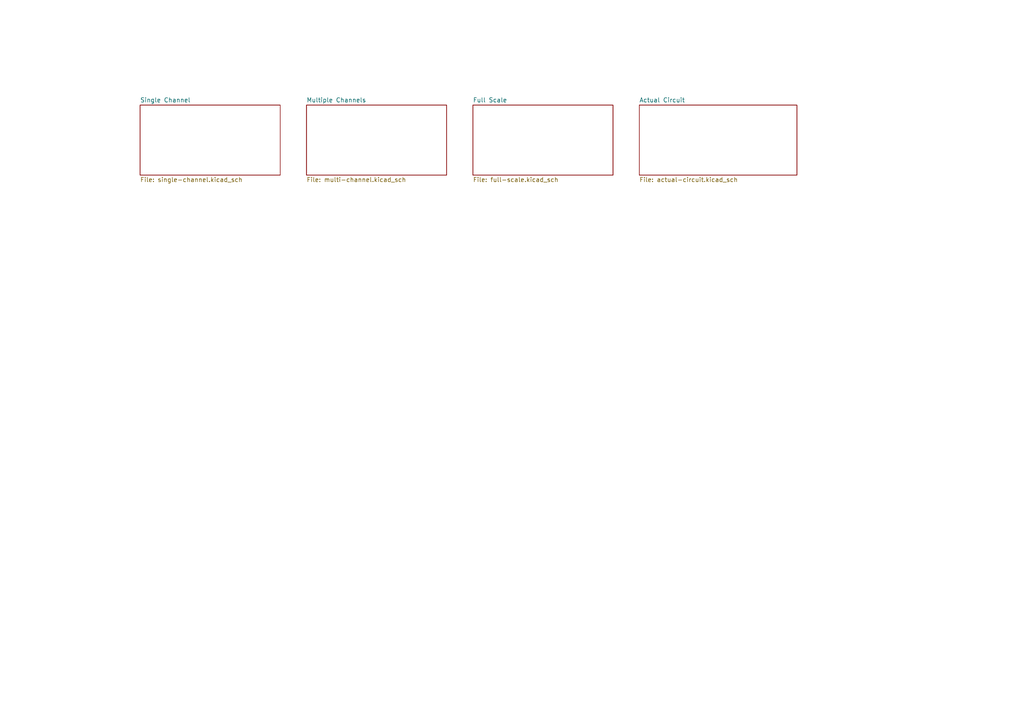
<source format=kicad_sch>
(kicad_sch (version 20230121) (generator eeschema)
  (paper "A4")
  (lib_symbols
    (symbol "Device:D_Small_Filled" (pin_numbers hide) (pin_names (offset 0.254) hide)
      (property "Reference" "D" (at -1.27 2.032 0))
      (property "Value" "D_Small_Filled" (at -3.81 -2.032 0))
      (symbol "D_Small_Filled_0_1"
        (polyline (pts (xy -0.762 -1.016) (xy -0.762 1.016)) (stroke (width 0.254)))
        (polyline (pts (xy -0.762 0) (xy 0.762 0)))
        (polyline (pts (xy 0.762 -1.016) (xy -0.762 0) (xy 0.762 1.016) (xy 0.762 -1.016)) (stroke (width 0.254)) (fill (type outline)))
      )
      (symbol "D_Small_Filled_1_1"
        (pin passive line (at -2.54 0 0) (length 1.778) (name "K") (number "1"))
        (pin passive line (at 2.54 0 180) (length 1.778) (name "A") (number "2"))
      )
    )
    (symbol "MPP_Device:RV142FPF-40B1" (pin_numbers hide) (pin_names (offset 0))
      (property "Reference" "RV" (at -5.08 8.89 0))
      (property "Value" "RV142FPF-40B1" (at -15.875 0 90))
      (symbol "RV142FPF-40B1_0_1"
        (circle (center -10.16 -2.032) (radius 0.508))
        (circle (center -10.16 2.032) (radius 0.508))
        (polyline (pts (xy -10.16 -2.54) (xy -10.16 -7.62)))
        (polyline (pts (xy -10.16 2.54) (xy -10.16 7.62)))
        (polyline (pts (xy -8.89 -2.54) (xy -8.89 2.54)))
        (polyline (pts (xy -8.89 0) (xy -7.112 0)))
        (polyline (pts (xy 5.08 -2.286) (xy 5.08 -2.54)))
        (polyline (pts (xy 5.08 2.286) (xy 5.08 2.54)))
        (polyline (pts (xy 7.62 -3.81) (xy 7.62 -7.62)))
        (polyline (pts (xy 7.62 3.81) (xy 7.62 7.62)))
        (polyline (pts (xy 10.16 -2.286) (xy 10.16 -2.54)))
        (polyline (pts (xy 10.16 2.286) (xy 10.16 2.54)))
        (polyline (pts (xy 12.7 0) (xy 15.24 0)))
        (polyline (pts (xy 15.24 -5.08) (xy 8.128 -5.08)))
        (polyline (pts (xy 2.54 0) (xy 1.016 0) (xy 1.016 -5.08) (xy 7.112 -5.08)))
        (polyline (pts (xy 3.556 0) (xy 2.413 -0.508) (xy 2.413 0.508) (xy 3.556 0)) (fill (type outline)))
        (polyline (pts (xy 5.08 -2.54) (xy 5.08 -3.81) (xy 10.16 -3.81) (xy 10.16 -2.54)))
        (polyline (pts (xy 5.08 2.54) (xy 5.08 3.81) (xy 10.16 3.81) (xy 10.16 2.54)))
        (polyline (pts (xy 11.684 0) (xy 12.827 0.508) (xy 12.827 -0.508) (xy 11.684 0)) (fill (type outline)))
        (polyline (pts (xy 5.08 -0.762) (xy 6.096 -1.143) (xy 5.08 -1.524) (xy 4.064 -1.905) (xy 5.08 -2.286)))
        (polyline (pts (xy 5.08 0.762) (xy 6.096 0.381) (xy 5.08 0) (xy 4.064 -0.381) (xy 5.08 -0.762)))
        (polyline (pts (xy 5.08 2.286) (xy 6.096 1.905) (xy 5.08 1.524) (xy 4.064 1.143) (xy 5.08 0.762)))
        (polyline (pts (xy 10.16 -0.762) (xy 11.176 -1.143) (xy 10.16 -1.524) (xy 9.144 -1.905) (xy 10.16 -2.286)))
        (polyline (pts (xy 10.16 0.762) (xy 11.176 0.381) (xy 10.16 0) (xy 9.144 -0.381) (xy 10.16 -0.762)))
        (polyline (pts (xy 10.16 2.286) (xy 11.176 1.905) (xy 10.16 1.524) (xy 9.144 1.143) (xy 10.16 0.762)))
        (arc (start 7.62 -4.572) (mid 7.2608 -4.7208) (end 7.112 -5.08))
        (arc (start 8.128 -5.08) (mid 7.9792 -4.7208) (end 7.62 -4.572))
      )
      (symbol "RV142FPF-40B1_1_1"
        (rectangle (start -13.97 7.62) (end 13.97 -7.62) (fill (type background)))
        (pin passive line (at 7.62 -12.7 90) (length 5.08) (name "GND") (number "1"))
        (pin passive line (at 20.32 0 180) (length 5.08) (name "RV_1_2") (number "2"))
        (pin passive line (at 7.62 12.7 270) (length 5.08) (name "VCC") (number "3"))
        (pin passive line (at 20.32 -5.08 180) (length 5.08) (name "RV_2_2") (number "4"))
        (pin passive line (at -10.16 12.7 270) (length 5.08) (name "SW_1") (number "5"))
        (pin passive line (at -10.16 -12.7 90) (length 5.08) (name "SW_2") (number "6"))
      )
    )
    (symbol "power:+3.3V" (power) (pin_names (offset 0))
      (property "Value" "+3.3V" (at 0 3.556 0))
      (symbol "+3.3V_0_1"
        (polyline (pts (xy -0.762 1.27) (xy 0 2.54)))
        (polyline (pts (xy 0 0) (xy 0 2.54)))
        (polyline (pts (xy 0 2.54) (xy 0.762 1.27)))
      )
      (symbol "+3.3V_1_1"
        (pin power_in line (at 0 0 90) (length 0) hide (name "+3.3V") (number "1"))
      )
    )
    (symbol "power:GND" (power) (pin_names (offset 0))
      (property "Value" "GND" (at 0 -3.81 0))
      (symbol "GND_0_1"
        (polyline (pts (xy 0 0) (xy 0 -1.27) (xy 1.27 -1.27) (xy 0 -2.54) (xy -1.27 -1.27) (xy 0 -1.27)))
      )
      (symbol "GND_1_1"
        (pin power_in line (at 0 0 270) (length 0) hide (name "GND") (number "1"))
      )
    )
  )
  (wire (pts (xy 218.44 292.1) (xy 218.44 297.18)))
  (wire (pts (xy 248.92 309.88) (xy 259.08 309.88)))
  (wire (pts (xy 200.66 332.74) (xy 218.44 332.74)))
  (wire (pts (xy 236.22 322.58) (xy 236.22 325.12)))
  (wire (pts (xy 218.44 330.2) (xy 218.44 332.74)))
  (wire (pts (xy 218.44 322.58) (xy 218.44 325.12)))
  (wire (pts (xy 248.92 314.96) (xy 259.08 314.96)))
  (wire (pts (xy 236.22 294.64) (xy 236.22 297.18)))
  (label "COL_0" (at 218.44 292.1 0))
  (label "A_{0_2}" (at 259.08 314.96 180))
  (label "A_{0_1}" (at 259.08 309.88 180))
  (label "ROW_1" (at 200.66 332.74 0))
  (symbol (lib_id "MPP_Device:RV142FPF-40B1") (at 228.6 309.88 0) (unit 1)
    (property "Reference" "RV25" (at 213.36 309.88 0) (effects (justify right)))
    (property "Value" "RV142FPF-40B1" (at 246.38 320.04 0))
    (property "Footprint" "MPP_Potentiometer_THT:RV142FPF-40B1" (effects hide))
    (property "Datasheet" "http://www.taiwanalpha.com/downloads?target=products&id=93" (effects hide))
  )
  (symbol (lib_id "power:+3.3V") (at 236.22 294.64 0) (unit 1)
    (property "Reference" "#PWR063" (effects hide))
    (property "Value" "+3.3V" (at 236.22 289.56 0))
  )
  (symbol (lib_id "power:GND") (at 236.22 325.12 0) (unit 1)
    (property "Reference" "#PWR064" (effects hide))
    (property "Value" "GND" (at 236.22 330.2 0))
  )
  (symbol (lib_id "Device:D_Small_Filled") (at 218.44 327.66 90) (unit 1)
    (property "Reference" "D25" (at 220.98 326.39 90) (effects (justify right)))
    (property "Value" "D_Small_Filled" (at 220.98 328.93 90) (effects (justify right)))
    (property "Footprint" "Diode_SMD:D_SOD-123" (effects hide))
    (property "Sim.Device" "D" (effects hide))
    (property "Sim.Pins" "1=K 2=A" (effects hide))
  )
  (sheet (at 40.64 30.48) (size 40.64 20.32) (stroke (width 0.1524))
    (property "Sheetname" "Single Channel" (at 40.64 29.7684 0) (effects (justify left bottom)))
    (property "Sheetfile" "single-channel.kicad_sch" (at 40.64 51.3846 0) (effects (justify left top)))
  )
  (sheet (at 137.16 30.48) (size 40.64 20.32) (stroke (width 0.1524))
    (property "Sheetname" "Full Scale" (at 137.16 29.7684 0) (effects (justify left bottom)))
    (property "Sheetfile" "full-scale.kicad_sch" (at 137.16 51.3846 0) (effects (justify left top)))
  )
  (sheet (at 185.42 30.48) (size 45.72 20.32) (stroke (width 0.1524))
    (property "Sheetname" "Actual Circuit" (at 185.42 29.7684 0) (effects (justify left bottom)))
    (property "Sheetfile" "actual-circuit.kicad_sch" (at 185.42 51.3846 0) (effects (justify left top)))
  )
  (sheet (at 88.9 30.48) (size 40.64 20.32) (stroke (width 0.1524))
    (property "Sheetname" "Multiple Channels" (at 88.9 29.7684 0) (effects (justify left bottom)))
    (property "Sheetfile" "multi-channel.kicad_sch" (at 88.9 51.3846 0) (effects (justify left top)))
  )
)
</source>
